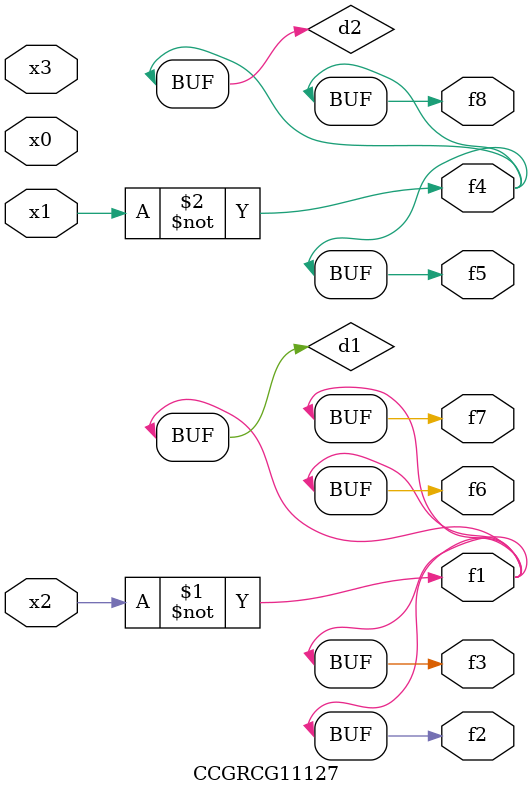
<source format=v>
module CCGRCG11127(
	input x0, x1, x2, x3,
	output f1, f2, f3, f4, f5, f6, f7, f8
);

	wire d1, d2;

	xnor (d1, x2);
	not (d2, x1);
	assign f1 = d1;
	assign f2 = d1;
	assign f3 = d1;
	assign f4 = d2;
	assign f5 = d2;
	assign f6 = d1;
	assign f7 = d1;
	assign f8 = d2;
endmodule

</source>
